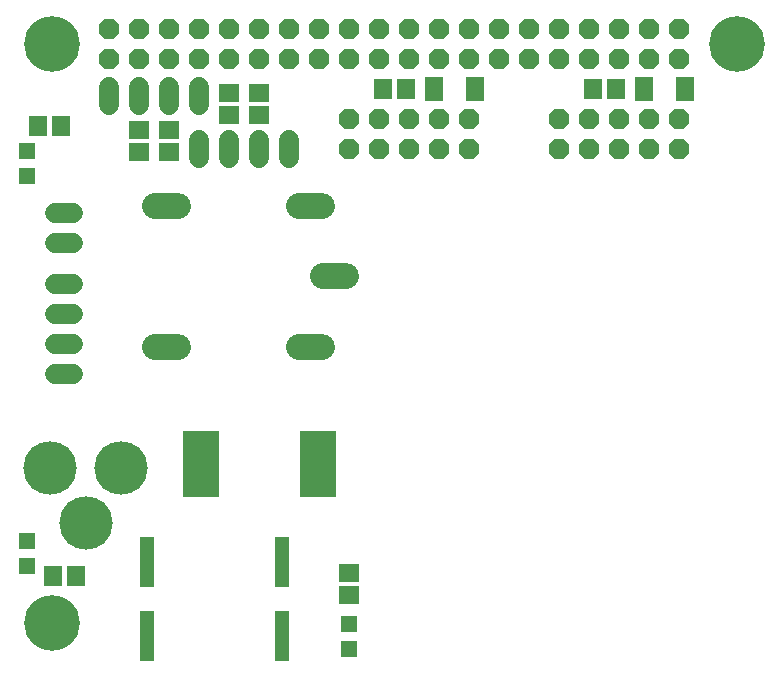
<source format=gbr>
G75*
%MOIN*%
%OFA0B0*%
%FSLAX25Y25*%
%IPPOS*%
%LPD*%
%AMOC8*
5,1,8,0,0,1.08239X$1,22.5*
%
%ADD10R,0.05100X0.16800*%
%ADD11OC8,0.06800*%
%ADD12C,0.06800*%
%ADD13C,0.08600*%
%ADD14R,0.12217X0.22060*%
%ADD15R,0.05524X0.05524*%
%ADD16R,0.05918X0.06706*%
%ADD17R,0.06706X0.05918*%
%ADD18R,0.06312X0.07887*%
%ADD19C,0.17800*%
%ADD20C,0.18580*%
D10*
X0082500Y0076134D03*
X0082500Y0100734D03*
X0127500Y0100734D03*
X0127500Y0076134D03*
D11*
X0150000Y0238434D03*
X0150000Y0248434D03*
X0160000Y0248434D03*
X0170000Y0248434D03*
X0170000Y0238434D03*
X0160000Y0238434D03*
X0180000Y0238434D03*
X0180000Y0248434D03*
X0190000Y0248434D03*
X0190000Y0238434D03*
X0190000Y0268434D03*
X0180000Y0268434D03*
X0180000Y0278434D03*
X0190000Y0278434D03*
X0200000Y0278434D03*
X0210000Y0278434D03*
X0220000Y0278434D03*
X0230000Y0278434D03*
X0240000Y0278434D03*
X0250000Y0278434D03*
X0260000Y0278434D03*
X0260000Y0268434D03*
X0250000Y0268434D03*
X0240000Y0268434D03*
X0230000Y0268434D03*
X0220000Y0268434D03*
X0210000Y0268434D03*
X0200000Y0268434D03*
X0220000Y0248434D03*
X0230000Y0248434D03*
X0240000Y0248434D03*
X0240000Y0238434D03*
X0230000Y0238434D03*
X0220000Y0238434D03*
X0250000Y0238434D03*
X0250000Y0248434D03*
X0260000Y0248434D03*
X0260000Y0238434D03*
X0170000Y0268434D03*
X0160000Y0268434D03*
X0150000Y0268434D03*
X0140000Y0268434D03*
X0140000Y0278434D03*
X0150000Y0278434D03*
X0160000Y0278434D03*
X0170000Y0278434D03*
X0130000Y0278434D03*
X0120000Y0278434D03*
X0110000Y0278434D03*
X0100000Y0278434D03*
X0090000Y0278434D03*
X0080000Y0278434D03*
X0070000Y0278434D03*
X0070000Y0268434D03*
X0080000Y0268434D03*
X0090000Y0268434D03*
X0100000Y0268434D03*
X0110000Y0268434D03*
X0120000Y0268434D03*
X0130000Y0268434D03*
D12*
X0130000Y0241434D02*
X0130000Y0235434D01*
X0120000Y0235434D02*
X0120000Y0241434D01*
X0110000Y0241434D02*
X0110000Y0235434D01*
X0100000Y0235434D02*
X0100000Y0241434D01*
X0100000Y0252934D02*
X0100000Y0258934D01*
X0090000Y0258934D02*
X0090000Y0252934D01*
X0080000Y0252934D02*
X0080000Y0258934D01*
X0070000Y0258934D02*
X0070000Y0252934D01*
X0058000Y0217184D02*
X0052000Y0217184D01*
X0052000Y0207184D02*
X0058000Y0207184D01*
X0058000Y0193434D02*
X0052000Y0193434D01*
X0052000Y0183434D02*
X0058000Y0183434D01*
X0058000Y0173434D02*
X0052000Y0173434D01*
X0052000Y0163434D02*
X0058000Y0163434D01*
D13*
X0085100Y0172434D02*
X0092900Y0172434D01*
X0133100Y0172434D02*
X0140900Y0172434D01*
X0141100Y0195934D02*
X0148900Y0195934D01*
X0140900Y0219434D02*
X0133100Y0219434D01*
X0092900Y0219434D02*
X0085100Y0219434D01*
D14*
X0100512Y0133434D03*
X0139488Y0133434D03*
D15*
X0150000Y0080067D03*
X0150000Y0071800D03*
X0042500Y0099300D03*
X0042500Y0107567D03*
X0042500Y0229300D03*
X0042500Y0237567D03*
D16*
X0046260Y0245934D03*
X0053740Y0245934D03*
X0161260Y0258434D03*
X0168740Y0258434D03*
X0231260Y0258434D03*
X0238740Y0258434D03*
X0058740Y0095934D03*
X0051260Y0095934D03*
D17*
X0150000Y0097174D03*
X0150000Y0089693D03*
X0090000Y0237193D03*
X0090000Y0244674D03*
X0080000Y0244674D03*
X0080000Y0237193D03*
X0110000Y0249693D03*
X0110000Y0257174D03*
X0120000Y0257174D03*
X0120000Y0249693D03*
D18*
X0178307Y0258434D03*
X0191693Y0258434D03*
X0248307Y0258434D03*
X0261693Y0258434D03*
D19*
X0073937Y0132184D03*
X0062126Y0113680D03*
X0050315Y0132184D03*
D20*
X0050883Y0080489D03*
X0050882Y0273402D03*
X0279197Y0273374D03*
M02*

</source>
